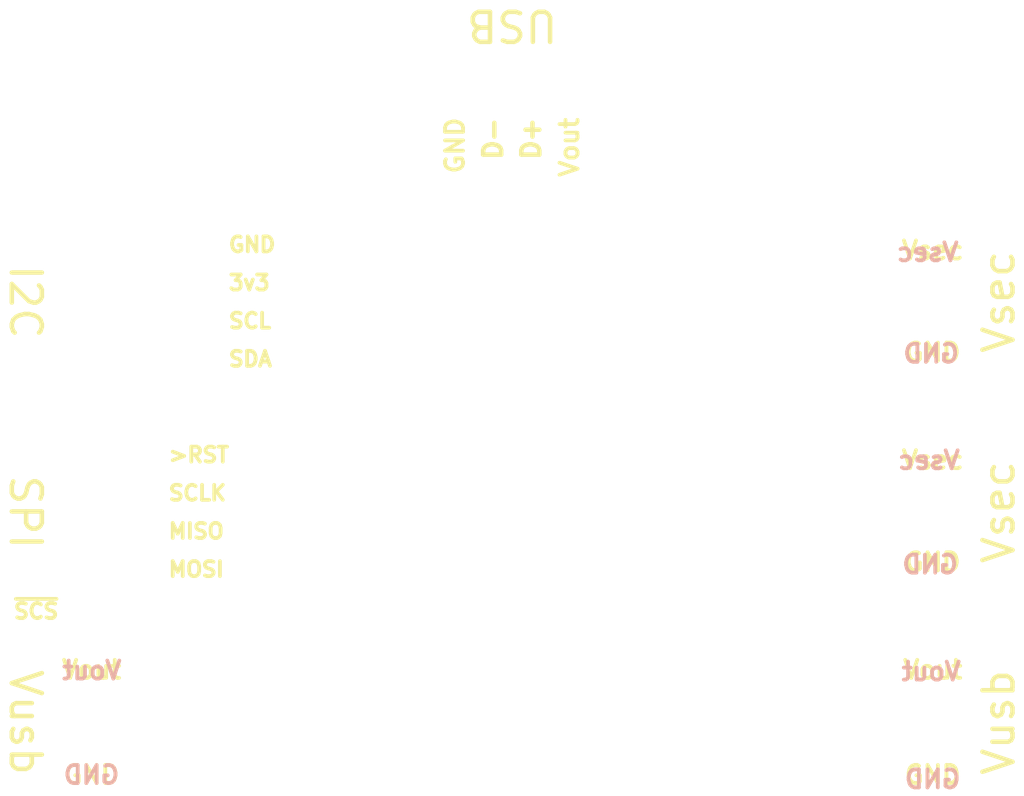
<source format=kicad_pcb>
(kicad_pcb (version 20211014) (generator pcbnew)

  (general
    (thickness 1.6)
  )

  (paper "A4")
  (title_block
    (title "Prototype Board")
    (rev "0.2.2")
    (company "The Nerd Mage")
  )

  (layers
    (0 "F.Cu" signal)
    (31 "B.Cu" signal)
    (32 "B.Adhes" user "B.Adhesive")
    (33 "F.Adhes" user "F.Adhesive")
    (34 "B.Paste" user)
    (35 "F.Paste" user)
    (36 "B.SilkS" user "B.Silkscreen")
    (37 "F.SilkS" user "F.Silkscreen")
    (38 "B.Mask" user)
    (39 "F.Mask" user)
    (40 "Dwgs.User" user "User.Drawings")
    (41 "Cmts.User" user "User.Comments")
    (42 "Eco1.User" user "User.Eco1")
    (43 "Eco2.User" user "User.Eco2")
    (44 "Edge.Cuts" user)
    (45 "Margin" user)
    (46 "B.CrtYd" user "B.Courtyard")
    (47 "F.CrtYd" user "F.Courtyard")
    (48 "B.Fab" user)
    (49 "F.Fab" user)
    (50 "User.1" user)
    (51 "User.2" user)
    (52 "User.3" user)
    (53 "User.4" user)
    (54 "User.5" user)
    (55 "User.6" user)
    (56 "User.7" user)
    (57 "User.8" user)
    (58 "User.9" user)
  )

  (setup
    (stackup
      (layer "F.SilkS" (type "Top Silk Screen"))
      (layer "F.Paste" (type "Top Solder Paste"))
      (layer "F.Mask" (type "Top Solder Mask") (thickness 0.01))
      (layer "F.Cu" (type "copper") (thickness 0.035))
      (layer "dielectric 1" (type "core") (thickness 1.51) (material "FR4") (epsilon_r 4.5) (loss_tangent 0.02))
      (layer "B.Cu" (type "copper") (thickness 0.035))
      (layer "B.Mask" (type "Bottom Solder Mask") (thickness 0.01))
      (layer "B.Paste" (type "Bottom Solder Paste"))
      (layer "B.SilkS" (type "Bottom Silk Screen"))
      (copper_finish "None")
      (dielectric_constraints no)
    )
    (pad_to_mask_clearance 0)
    (pcbplotparams
      (layerselection 0x0000030_7ffffffe)
      (disableapertmacros false)
      (usegerberextensions false)
      (usegerberattributes true)
      (usegerberadvancedattributes true)
      (creategerberjobfile true)
      (svguseinch false)
      (svgprecision 6)
      (excludeedgelayer true)
      (plotframeref false)
      (viasonmask false)
      (mode 1)
      (useauxorigin false)
      (hpglpennumber 1)
      (hpglpenspeed 20)
      (hpglpendiameter 15.000000)
      (dxfpolygonmode true)
      (dxfimperialunits false)
      (dxfusepcbnewfont true)
      (psnegative false)
      (psa4output false)
      (plotreference true)
      (plotvalue true)
      (plotinvisibletext false)
      (sketchpadsonfab false)
      (subtractmaskfromsilk false)
      (outputformat 3)
      (mirror false)
      (drillshape 0)
      (scaleselection 1)
      (outputdirectory "3D/")
    )
  )

  (net 0 "")

  (gr_text "GND" (at 113.911636 101.744492) (layer "B.SilkS") (tstamp 1f68e5e2-8ba1-4b4f-9d5a-f982a9d777b8)
    (effects (font (size 0.6 0.6) (thickness 0.125)) (justify mirror))
  )
  (gr_text "GND" (at 85.995908 108.747728) (layer "B.SilkS") (tstamp 336fdec4-011f-4a5d-9880-b59ca6c00ef8)
    (effects (font (size 0.6 0.6) (thickness 0.125)) (justify mirror))
  )
  (gr_text "Vout" (at 113.950572 105.303488) (layer "B.SilkS") (tstamp 3d0e1247-b934-4fc0-ac1c-b8d027bf8b79)
    (effects (font (size 0.6 0.6) (thickness 0.125)) (justify mirror))
  )
  (gr_text "GND" (at 113.946688 94.725074) (layer "B.SilkS") (tstamp 3f6b8aa8-f864-4400-968b-2e61bcc11fb7)
    (effects (font (size 0.6 0.6) (thickness 0.125)) (justify mirror))
  )
  (gr_text "Vsec" (at 113.872799 98.268635) (layer "B.SilkS") (tstamp b69bab1f-c59b-42d8-8c79-e1efd30a18ac)
    (effects (font (size 0.6 0.6) (thickness 0.125)) (justify mirror))
  )
  (gr_text "Vsec" (at 113.830179 91.346308) (layer "B.SilkS") (tstamp be784c11-0fc2-424e-9539-1373835c9e6e)
    (effects (font (size 0.6 0.6) (thickness 0.125)) (justify mirror))
  )
  (gr_text "GND" (at 113.997176 108.89197) (layer "B.SilkS") (tstamp c5f3d40b-097b-4dec-93f4-61d4c9aeba45)
    (effects (font (size 0.6 0.6) (thickness 0.125)) (justify mirror))
  )
  (gr_text "Vout" (at 86.009393 105.268635) (layer "B.SilkS") (tstamp e3ef18db-7da8-4912-bbd8-804346761e1f)
    (effects (font (size 0.6 0.6) (thickness 0.125)) (justify mirror))
  )
  (gr_text "SDA" (at 90.5 94.905) (layer "F.SilkS") (tstamp 0589dacb-9e86-4946-9eda-e800d232ab9d)
    (effects (font (size 0.5 0.5) (thickness 0.125)) (justify left))
  )
  (gr_text "Vsec" (at 116.2 100 90) (layer "F.SilkS") (tstamp 08cb3f30-99c5-4ebc-b798-7216ef77c026)
    (effects (font (size 1 1) (thickness 0.15)))
  )
  (gr_text "3v3" (at 90.5 92.365) (layer "F.SilkS") (tstamp 1b04dc55-2b95-490b-b581-9b4840cb374e)
    (effects (font (size 0.5 0.5) (thickness 0.125)) (justify left))
  )
  (gr_text "Vout" (at 114 105.245) (layer "F.SilkS") (tstamp 381449e8-2b03-492a-b592-75c965c25a97)
    (effects (font (size 0.6 0.6) (thickness 0.125)))
  )
  (gr_text "~{SCS}" (at 83.347793 103.30044) (layer "F.SilkS") (tstamp 41bed126-7534-46d5-8aec-350940f718bb)
    (effects (font (size 0.5 0.5) (thickness 0.125)) (justify left))
  )
  (gr_text "GND" (at 114 94.685) (layer "F.SilkS") (tstamp 557f7a68-d02a-41da-af16-097002a5e50d)
    (effects (font (size 0.6 0.6) (thickness 0.125)))
  )
  (gr_text "GND" (at 90.5 91.095) (layer "F.SilkS") (tstamp 56141711-e67b-433e-8c41-dd13671e0361)
    (effects (font (size 0.5 0.5) (thickness 0.125)) (justify left))
  )
  (gr_text "D-" (at 99.365 86.8 90) (layer "F.SilkS") (tstamp 63945f94-55fc-47ee-8ab9-b676a16a5ad5)
    (effects (font (size 0.6 0.6) (thickness 0.15)) (justify right))
  )
  (gr_text "D+" (at 100.635 86.8 90) (layer "F.SilkS") (tstamp 7b6c651f-d22f-4968-b3ed-b5235d614bc7)
    (effects (font (size 0.6 0.6) (thickness 0.15)) (justify right))
  )
  (gr_text "GND" (at 114 101.665) (layer "F.SilkS") (tstamp 82861ff2-e164-4c24-82f0-e48095cdd0e1)
    (effects (font (size 0.6 0.6) (thickness 0.125)))
  )
  (gr_text "Vsec" (at 116.2 93 90) (layer "F.SilkS") (tstamp 83ecc421-634c-4611-a8ff-727bb9eaa737)
    (effects (font (size 1 1) (thickness 0.15)))
  )
  (gr_text "USB" (at 100 83.8 180) (layer "F.SilkS") (tstamp 84cc0089-020e-4e54-9165-10f9338cf969)
    (effects (font (size 1 1) (thickness 0.15)))
  )
  (gr_text "SCLK" (at 88.5 99.365) (layer "F.SilkS") (tstamp 84fcf587-9ccd-426c-ba7f-64a6f9513577)
    (effects (font (size 0.5 0.5) (thickness 0.125)) (justify left))
  )
  (gr_text ">RST" (at 88.5 98.095) (layer "F.SilkS") (tstamp 888e07e6-aa11-43fd-a613-84b9b03e4ad4)
    (effects (font (size 0.5 0.5) (thickness 0.125)) (justify left))
  )
  (gr_text "SPI" (at 83.8 100 -90) (layer "F.SilkS") (tstamp 90d2cf5d-c131-4f38-8df8-e412b1d0acdc)
    (effects (font (size 1 1) (thickness 0.15)))
  )
  (gr_text "Vusb" (at 116.2 107 90) (layer "F.SilkS") (tstamp 91961fba-6953-4a10-abd1-f7d59f92cca0)
    (effects (font (size 1 1) (thickness 0.15)))
  )
  (gr_text "GND" (at 98.095 86.8 90) (layer "F.SilkS") (tstamp 9252afe3-5edf-4276-96a7-2b761ab2ddf2)
    (effects (font (size 0.6 0.6) (thickness 0.125)) (justify right))
  )
  (gr_text "SCL" (at 90.5 93.635) (layer "F.SilkS") (tstamp 95f3ea8d-219d-46c6-a438-fc03210b4d5e)
    (effects (font (size 0.5 0.5) (thickness 0.125)) (justify left))
  )
  (gr_text "GND" (at 114 108.745) (layer "F.SilkS") (tstamp 9817accc-4f98-4026-8b23-eac54b16cf3d)
    (effects (font (size 0.6 0.6) (thickness 0.125)))
  )
  (gr_text "I2C" (at 83.8 93 -90) (layer "F.SilkS") (tstamp aa63c27f-01bb-4975-af07-7780f8069e2f)
    (effects (font (size 1 1) (thickness 0.15)))
  )
  (gr_text "MISO" (at 88.5 100.635) (layer "F.SilkS") (tstamp ab3f9821-68fc-4e2c-925b-d2b9e96d009c)
    (effects (font (size 0.5 0.5) (thickness 0.125)) (justify left))
  )
  (gr_text "MOSI" (at 88.5 101.905) (layer "F.SilkS") (tstamp c141e730-ce8c-4f63-b5b5-db458b578843)
    (effects (font (size 0.5 0.5) (thickness 0.125)) (justify left))
  )
  (gr_text "GND" (at 86 108.745) (layer "F.SilkS") (tstamp c34bd744-295e-4dab-82e5-22edb54d6411)
    (effects (font (size 0.6 0.6) (thickness 0.125)))
  )
  (gr_text "Vout" (at 101.905 86.8 90) (layer "F.SilkS") (tstamp c918a120-2473-41e8-bbb0-51dafbbbe2cf)
    (effects (font (size 0.6 0.6) (thickness 0.125)) (justify right))
  )
  (gr_text "Vusb" (at 83.8 107 -90) (layer "F.SilkS") (tstamp cd4d524d-95cf-41f0-82bc-ecd9128e7964)
    (effects (font (size 1 1) (thickness 0.15)))
  )
  (gr_text "Vsec" (at 114 98.265) (layer "F.SilkS") (tstamp d146e538-3eb6-42b2-aef1-e1196db2b603)
    (effects (font (size 0.6 0.6) (thickness 0.125)))
  )
  (gr_text "Vout" (at 86 105.245) (layer "F.SilkS") (tstamp d51a7d03-d330-49a1-81b9-afda4d0c72b7)
    (effects (font (size 0.6 0.6) (thickness 0.125)))
  )
  (gr_text "Vsec" (at 114 91.285) (layer "F.SilkS") (tstamp d92db815-ab42-48f8-bd74-ac6e37adce8b)
    (effects (font (size 0.6 0.6) (thickness 0.125)))
  )

)

</source>
